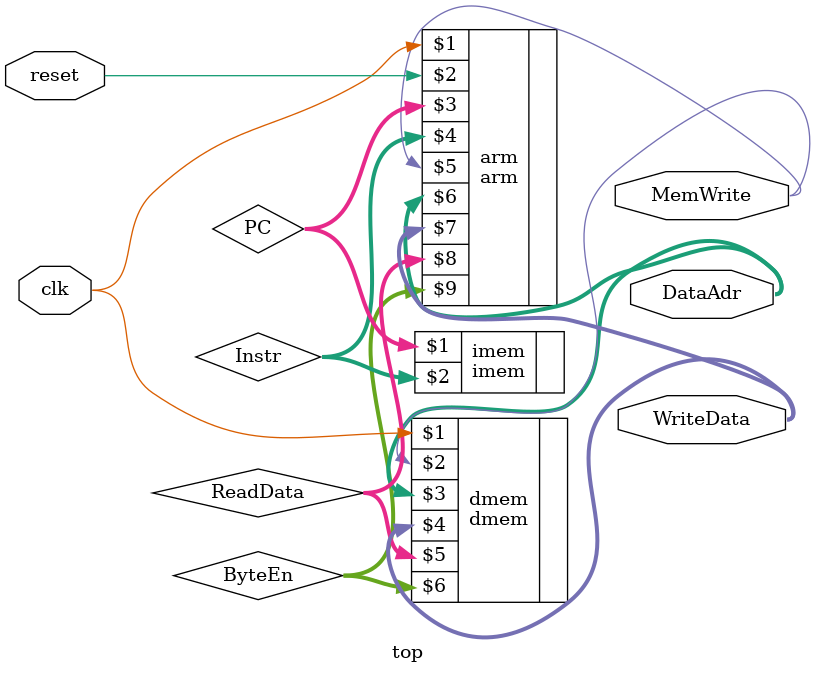
<source format=sv>
module top(
			input  logic 	    clk, reset,
			output logic [31:0] DataAdr,
			output logic [31:0] WriteData,
			output logic 	    MemWrite
		  );

    logic [31:0] PC, Instr, ReadData;
	logic [3:0]  ByteEn;

    // instantiate processor and memories
    arm  arm(clk, reset, PC, Instr, MemWrite, DataAdr, WriteData, ReadData, ByteEn);
    imem imem(PC, Instr);
    dmem dmem(clk, MemWrite, DataAdr, WriteData, ReadData, ByteEn);
endmodule

</source>
